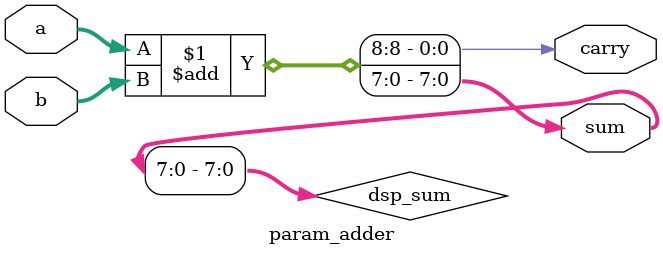
<source format=v>
module param_adder #(
    parameter WIDTH = 8
)(
    input [WIDTH-1:0] a,
    input [WIDTH-1:0] b,
    output reg [WIDTH-1:0] sum,
    output reg carry
);
    
    wire [WIDTH:0] dsp_sum;
    
    assign {carry,dsp_sum[WIDTH-1:0]} = a + b;

    always @(*) begin
        sum = dsp_sum[WIDTH-1:0];
    end
    
endmodule
</source>
